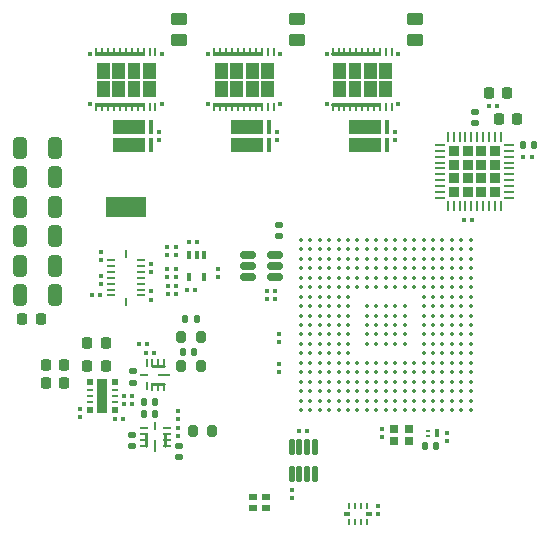
<source format=gtp>
%TF.GenerationSoftware,KiCad,Pcbnew,8.0.2-8.0.2-0~ubuntu22.04.1*%
%TF.CreationDate,2024-05-28T15:16:52+02:00*%
%TF.ProjectId,omodri_sa_laas,6f6d6f64-7269-45f7-9361-5f6c6161732e,1.0*%
%TF.SameCoordinates,Original*%
%TF.FileFunction,Paste,Top*%
%TF.FilePolarity,Positive*%
%FSLAX46Y46*%
G04 Gerber Fmt 4.6, Leading zero omitted, Abs format (unit mm)*
G04 Created by KiCad (PCBNEW 8.0.2-8.0.2-0~ubuntu22.04.1) date 2024-05-28 15:16:52*
%MOMM*%
%LPD*%
G01*
G04 APERTURE LIST*
G04 Aperture macros list*
%AMRoundRect*
0 Rectangle with rounded corners*
0 $1 Rounding radius*
0 $2 $3 $4 $5 $6 $7 $8 $9 X,Y pos of 4 corners*
0 Add a 4 corners polygon primitive as box body*
4,1,4,$2,$3,$4,$5,$6,$7,$8,$9,$2,$3,0*
0 Add four circle primitives for the rounded corners*
1,1,$1+$1,$2,$3*
1,1,$1+$1,$4,$5*
1,1,$1+$1,$6,$7*
1,1,$1+$1,$8,$9*
0 Add four rect primitives between the rounded corners*
20,1,$1+$1,$2,$3,$4,$5,0*
20,1,$1+$1,$4,$5,$6,$7,0*
20,1,$1+$1,$6,$7,$8,$9,0*
20,1,$1+$1,$8,$9,$2,$3,0*%
G04 Aperture macros list end*
%ADD10C,0.250000*%
%ADD11C,0.300000*%
%ADD12C,0.100000*%
%ADD13RoundRect,0.140000X0.140000X0.170000X-0.140000X0.170000X-0.140000X-0.170000X0.140000X-0.170000X0*%
%ADD14RoundRect,0.079500X-0.079500X-0.100500X0.079500X-0.100500X0.079500X0.100500X-0.079500X0.100500X0*%
%ADD15RoundRect,0.250000X-0.325000X-0.650000X0.325000X-0.650000X0.325000X0.650000X-0.325000X0.650000X0*%
%ADD16RoundRect,0.225000X-0.225000X-0.250000X0.225000X-0.250000X0.225000X0.250000X-0.225000X0.250000X0*%
%ADD17RoundRect,0.079500X0.100500X-0.079500X0.100500X0.079500X-0.100500X0.079500X-0.100500X-0.079500X0*%
%ADD18RoundRect,0.200000X-0.200000X-0.275000X0.200000X-0.275000X0.200000X0.275000X-0.200000X0.275000X0*%
%ADD19RoundRect,0.079500X-0.100500X0.079500X-0.100500X-0.079500X0.100500X-0.079500X0.100500X0.079500X0*%
%ADD20R,0.250000X0.800000*%
%ADD21R,0.250000X0.700000*%
%ADD22R,1.100000X0.250000*%
%ADD23R,0.700000X0.250000*%
%ADD24R,2.700000X1.150000*%
%ADD25R,0.350000X1.150000*%
%ADD26R,0.250000X0.550000*%
%ADD27R,0.200000X0.550000*%
%ADD28R,0.600000X0.300000*%
%ADD29R,0.249999X0.700001*%
%ADD30R,0.375001X0.429999*%
%ADD31RoundRect,0.079500X0.079500X0.100500X-0.079500X0.100500X-0.079500X-0.100500X0.079500X-0.100500X0*%
%ADD32RoundRect,0.250000X-0.450000X0.262500X-0.450000X-0.262500X0.450000X-0.262500X0.450000X0.262500X0*%
%ADD33R,0.675000X0.250000*%
%ADD34R,0.250000X0.675000*%
%ADD35RoundRect,0.125000X-0.125000X0.537500X-0.125000X-0.537500X0.125000X-0.537500X0.125000X0.537500X0*%
%ADD36R,0.400000X0.250000*%
%ADD37R,0.400000X0.700000*%
%ADD38R,0.800000X0.250000*%
%ADD39R,0.250000X1.100000*%
%ADD40RoundRect,0.147500X0.147500X0.172500X-0.147500X0.172500X-0.147500X-0.172500X0.147500X-0.172500X0*%
%ADD41RoundRect,0.140000X-0.170000X0.140000X-0.170000X-0.140000X0.170000X-0.140000X0.170000X0.140000X0*%
%ADD42R,0.550000X0.550000*%
%ADD43R,0.550000X0.250000*%
%ADD44R,0.900000X2.900000*%
%ADD45R,0.800000X0.700000*%
%ADD46RoundRect,0.140000X0.170000X-0.140000X0.170000X0.140000X-0.170000X0.140000X-0.170000X-0.140000X0*%
%ADD47C,0.350000*%
%ADD48RoundRect,0.150000X-0.512500X-0.150000X0.512500X-0.150000X0.512500X0.150000X-0.512500X0.150000X0*%
%ADD49R,0.762000X0.508000*%
%ADD50RoundRect,0.225000X0.225000X0.250000X-0.225000X0.250000X-0.225000X-0.250000X0.225000X-0.250000X0*%
%ADD51RoundRect,0.232500X-0.232500X0.232500X-0.232500X-0.232500X0.232500X-0.232500X0.232500X0.232500X0*%
%ADD52RoundRect,0.062500X-0.062500X0.350000X-0.062500X-0.350000X0.062500X-0.350000X0.062500X0.350000X0*%
%ADD53RoundRect,0.062500X-0.350000X0.062500X-0.350000X-0.062500X0.350000X-0.062500X0.350000X0.062500X0*%
%ADD54RoundRect,0.140000X-0.140000X-0.170000X0.140000X-0.170000X0.140000X0.170000X-0.140000X0.170000X0*%
%ADD55R,3.400000X1.800000*%
%ADD56RoundRect,0.100000X-0.100000X0.225000X-0.100000X-0.225000X0.100000X-0.225000X0.100000X0.225000X0*%
G04 APERTURE END LIST*
D10*
%TO.C,U13*%
X142250000Y-128475000D02*
X143250000Y-128475000D01*
X142250000Y-130025000D02*
X143250000Y-130025000D01*
D11*
%TO.C,Q1*%
X157530000Y-102050000D02*
X161470000Y-102050000D01*
X157530000Y-106350000D02*
X161470000Y-106350000D01*
D12*
X158550000Y-104050000D02*
X157550000Y-104050000D01*
X157550000Y-102800000D01*
X158550000Y-102800000D01*
X158550000Y-104050000D01*
G36*
X158550000Y-104050000D02*
G01*
X157550000Y-104050000D01*
X157550000Y-102800000D01*
X158550000Y-102800000D01*
X158550000Y-104050000D01*
G37*
X158550000Y-105650000D02*
X157550000Y-105650000D01*
X157550000Y-104350000D01*
X158550000Y-104350000D01*
X158550000Y-105650000D01*
G36*
X158550000Y-105650000D02*
G01*
X157550000Y-105650000D01*
X157550000Y-104350000D01*
X158550000Y-104350000D01*
X158550000Y-105650000D01*
G37*
X159850000Y-104050000D02*
X158850000Y-104050000D01*
X158850000Y-102800000D01*
X159850000Y-102800000D01*
X159850000Y-104050000D01*
G36*
X159850000Y-104050000D02*
G01*
X158850000Y-104050000D01*
X158850000Y-102800000D01*
X159850000Y-102800000D01*
X159850000Y-104050000D01*
G37*
X159850000Y-105650000D02*
X158850000Y-105650000D01*
X158850000Y-104350000D01*
X159850000Y-104350000D01*
X159850000Y-105650000D01*
G36*
X159850000Y-105650000D02*
G01*
X158850000Y-105650000D01*
X158850000Y-104350000D01*
X159850000Y-104350000D01*
X159850000Y-105650000D01*
G37*
X161150000Y-104050000D02*
X160150000Y-104050000D01*
X160150000Y-102800000D01*
X161150000Y-102800000D01*
X161150000Y-104050000D01*
G36*
X161150000Y-104050000D02*
G01*
X160150000Y-104050000D01*
X160150000Y-102800000D01*
X161150000Y-102800000D01*
X161150000Y-104050000D01*
G37*
X161150000Y-105650000D02*
X160150000Y-105650000D01*
X160150000Y-104350000D01*
X161150000Y-104350000D01*
X161150000Y-105650000D01*
G36*
X161150000Y-105650000D02*
G01*
X160150000Y-105650000D01*
X160150000Y-104350000D01*
X161150000Y-104350000D01*
X161150000Y-105650000D01*
G37*
X162450000Y-104050000D02*
X161450000Y-104050000D01*
X161450000Y-102800000D01*
X162450000Y-102800000D01*
X162450000Y-104050000D01*
G36*
X162450000Y-104050000D02*
G01*
X161450000Y-104050000D01*
X161450000Y-102800000D01*
X162450000Y-102800000D01*
X162450000Y-104050000D01*
G37*
X162450000Y-105650000D02*
X161450000Y-105650000D01*
X161450000Y-104350000D01*
X162450000Y-104350000D01*
X162450000Y-105650000D01*
G36*
X162450000Y-105650000D02*
G01*
X161450000Y-105650000D01*
X161450000Y-104350000D01*
X162450000Y-104350000D01*
X162450000Y-105650000D01*
G37*
D11*
%TO.C,Q2*%
X147530000Y-102050000D02*
X151470000Y-102050000D01*
X147530000Y-106350000D02*
X151470000Y-106350000D01*
D12*
X148550000Y-104050000D02*
X147550000Y-104050000D01*
X147550000Y-102800000D01*
X148550000Y-102800000D01*
X148550000Y-104050000D01*
G36*
X148550000Y-104050000D02*
G01*
X147550000Y-104050000D01*
X147550000Y-102800000D01*
X148550000Y-102800000D01*
X148550000Y-104050000D01*
G37*
X148550000Y-105650000D02*
X147550000Y-105650000D01*
X147550000Y-104350000D01*
X148550000Y-104350000D01*
X148550000Y-105650000D01*
G36*
X148550000Y-105650000D02*
G01*
X147550000Y-105650000D01*
X147550000Y-104350000D01*
X148550000Y-104350000D01*
X148550000Y-105650000D01*
G37*
X149850000Y-104050000D02*
X148850000Y-104050000D01*
X148850000Y-102800000D01*
X149850000Y-102800000D01*
X149850000Y-104050000D01*
G36*
X149850000Y-104050000D02*
G01*
X148850000Y-104050000D01*
X148850000Y-102800000D01*
X149850000Y-102800000D01*
X149850000Y-104050000D01*
G37*
X149850000Y-105650000D02*
X148850000Y-105650000D01*
X148850000Y-104350000D01*
X149850000Y-104350000D01*
X149850000Y-105650000D01*
G36*
X149850000Y-105650000D02*
G01*
X148850000Y-105650000D01*
X148850000Y-104350000D01*
X149850000Y-104350000D01*
X149850000Y-105650000D01*
G37*
X151150000Y-104050000D02*
X150150000Y-104050000D01*
X150150000Y-102800000D01*
X151150000Y-102800000D01*
X151150000Y-104050000D01*
G36*
X151150000Y-104050000D02*
G01*
X150150000Y-104050000D01*
X150150000Y-102800000D01*
X151150000Y-102800000D01*
X151150000Y-104050000D01*
G37*
X151150000Y-105650000D02*
X150150000Y-105650000D01*
X150150000Y-104350000D01*
X151150000Y-104350000D01*
X151150000Y-105650000D01*
G36*
X151150000Y-105650000D02*
G01*
X150150000Y-105650000D01*
X150150000Y-104350000D01*
X151150000Y-104350000D01*
X151150000Y-105650000D01*
G37*
X152450000Y-104050000D02*
X151450000Y-104050000D01*
X151450000Y-102800000D01*
X152450000Y-102800000D01*
X152450000Y-104050000D01*
G36*
X152450000Y-104050000D02*
G01*
X151450000Y-104050000D01*
X151450000Y-102800000D01*
X152450000Y-102800000D01*
X152450000Y-104050000D01*
G37*
X152450000Y-105650000D02*
X151450000Y-105650000D01*
X151450000Y-104350000D01*
X152450000Y-104350000D01*
X152450000Y-105650000D01*
G36*
X152450000Y-105650000D02*
G01*
X151450000Y-105650000D01*
X151450000Y-104350000D01*
X152450000Y-104350000D01*
X152450000Y-105650000D01*
G37*
D11*
%TO.C,Q3*%
X137530000Y-102050000D02*
X141470000Y-102050000D01*
X137530000Y-106350000D02*
X141470000Y-106350000D01*
D12*
X138550000Y-104050000D02*
X137550000Y-104050000D01*
X137550000Y-102800000D01*
X138550000Y-102800000D01*
X138550000Y-104050000D01*
G36*
X138550000Y-104050000D02*
G01*
X137550000Y-104050000D01*
X137550000Y-102800000D01*
X138550000Y-102800000D01*
X138550000Y-104050000D01*
G37*
X138550000Y-105650000D02*
X137550000Y-105650000D01*
X137550000Y-104350000D01*
X138550000Y-104350000D01*
X138550000Y-105650000D01*
G36*
X138550000Y-105650000D02*
G01*
X137550000Y-105650000D01*
X137550000Y-104350000D01*
X138550000Y-104350000D01*
X138550000Y-105650000D01*
G37*
X139850000Y-104050000D02*
X138850000Y-104050000D01*
X138850000Y-102800000D01*
X139850000Y-102800000D01*
X139850000Y-104050000D01*
G36*
X139850000Y-104050000D02*
G01*
X138850000Y-104050000D01*
X138850000Y-102800000D01*
X139850000Y-102800000D01*
X139850000Y-104050000D01*
G37*
X139850000Y-105650000D02*
X138850000Y-105650000D01*
X138850000Y-104350000D01*
X139850000Y-104350000D01*
X139850000Y-105650000D01*
G36*
X139850000Y-105650000D02*
G01*
X138850000Y-105650000D01*
X138850000Y-104350000D01*
X139850000Y-104350000D01*
X139850000Y-105650000D01*
G37*
X141150000Y-104050000D02*
X140150000Y-104050000D01*
X140150000Y-102800000D01*
X141150000Y-102800000D01*
X141150000Y-104050000D01*
G36*
X141150000Y-104050000D02*
G01*
X140150000Y-104050000D01*
X140150000Y-102800000D01*
X141150000Y-102800000D01*
X141150000Y-104050000D01*
G37*
X141150000Y-105650000D02*
X140150000Y-105650000D01*
X140150000Y-104350000D01*
X141150000Y-104350000D01*
X141150000Y-105650000D01*
G36*
X141150000Y-105650000D02*
G01*
X140150000Y-105650000D01*
X140150000Y-104350000D01*
X141150000Y-104350000D01*
X141150000Y-105650000D01*
G37*
X142450000Y-104050000D02*
X141450000Y-104050000D01*
X141450000Y-102800000D01*
X142450000Y-102800000D01*
X142450000Y-104050000D01*
G36*
X142450000Y-104050000D02*
G01*
X141450000Y-104050000D01*
X141450000Y-102800000D01*
X142450000Y-102800000D01*
X142450000Y-104050000D01*
G37*
X142450000Y-105650000D02*
X141450000Y-105650000D01*
X141450000Y-104350000D01*
X142450000Y-104350000D01*
X142450000Y-105650000D01*
G36*
X142450000Y-105650000D02*
G01*
X141450000Y-105650000D01*
X141450000Y-104350000D01*
X142450000Y-104350000D01*
X142450000Y-105650000D01*
G37*
D10*
%TO.C,U14*%
X141725000Y-134250000D02*
X141725000Y-135250000D01*
X143275000Y-134250000D02*
X143275000Y-135250000D01*
%TD*%
D13*
%TO.C,C50*%
X174580000Y-109750000D03*
X173620000Y-109750000D03*
%TD*%
D14*
%TO.C,C49*%
X170725000Y-106500000D03*
X171415000Y-106500000D03*
%TD*%
%TO.C,C47*%
X168585000Y-116100000D03*
X169275000Y-116100000D03*
%TD*%
D15*
%TO.C,C75*%
X131025000Y-110000000D03*
X133975000Y-110000000D03*
%TD*%
D16*
%TO.C,C52*%
X171575000Y-107600000D03*
X173125000Y-107600000D03*
%TD*%
D14*
%TO.C,C51*%
X173655000Y-110750000D03*
X174345000Y-110750000D03*
%TD*%
D15*
%TO.C,C70*%
X131025000Y-122500000D03*
X133975000Y-122500000D03*
%TD*%
D17*
%TO.C,C65*%
X137900000Y-121525000D03*
X137900000Y-120835000D03*
%TD*%
%TO.C,C54*%
X152800000Y-109345000D03*
X152800000Y-108655000D03*
%TD*%
D18*
%TO.C,FB3*%
X145675000Y-134000000D03*
X147325000Y-134000000D03*
%TD*%
D19*
%TO.C,R26*%
X142100000Y-122155000D03*
X142100000Y-122845000D03*
%TD*%
D20*
%TO.C,U13*%
X141750000Y-130200000D03*
D21*
X142250000Y-130250000D03*
X142750000Y-130250000D03*
X143250000Y-130250000D03*
D22*
X143250000Y-129250000D03*
D21*
X143250000Y-128250000D03*
X142750000Y-128250000D03*
X142250000Y-128250000D03*
X141750000Y-128250000D03*
D23*
X141550000Y-129250000D03*
%TD*%
D24*
%TO.C,R23*%
X140275000Y-108225000D03*
D25*
X142100000Y-108225000D03*
X142100000Y-109775000D03*
D24*
X140275000Y-109775000D03*
%TD*%
D26*
%TO.C,U5*%
X160400000Y-140325000D03*
D27*
X159900000Y-140325000D03*
X159400000Y-140325000D03*
D26*
X158900000Y-140325000D03*
D28*
X158750000Y-141000000D03*
D26*
X158900000Y-141675000D03*
D27*
X159400000Y-141675000D03*
X159900000Y-141675000D03*
D26*
X160400000Y-141675000D03*
D28*
X160550000Y-141000000D03*
%TD*%
D29*
%TO.C,Q1*%
X162500000Y-101850000D03*
X162000001Y-101850000D03*
X161500000Y-101850000D03*
X161000001Y-101850000D03*
X160499999Y-101850000D03*
X160000000Y-101850000D03*
X159500001Y-101850000D03*
X158999999Y-101850000D03*
X158500000Y-101850000D03*
X157999999Y-101850000D03*
X157500000Y-101850000D03*
X157500000Y-106550000D03*
X157999999Y-106550000D03*
X158500000Y-106550000D03*
X158999999Y-106550000D03*
X159500001Y-106550000D03*
X160000000Y-106550000D03*
X160499999Y-106550000D03*
X161000001Y-106550000D03*
X161500000Y-106550000D03*
X162000001Y-106550000D03*
X162500000Y-106550000D03*
D30*
X163012999Y-102085000D03*
X156987001Y-102085000D03*
X156987001Y-106315000D03*
X163012999Y-106315000D03*
%TD*%
D31*
%TO.C,R45*%
X139740000Y-133000000D03*
X139050000Y-133000000D03*
%TD*%
%TO.C,R46*%
X140545000Y-131700000D03*
X139855000Y-131700000D03*
%TD*%
D32*
%TO.C,R11*%
X164500000Y-99087500D03*
X164500000Y-100912500D03*
%TD*%
D24*
%TO.C,R12*%
X160275000Y-108225000D03*
D25*
X162100000Y-108225000D03*
X162100000Y-109775000D03*
D24*
X160275000Y-109775000D03*
%TD*%
D14*
%TO.C,R53*%
X145305000Y-118000000D03*
X145995000Y-118000000D03*
%TD*%
D17*
%TO.C,C62*%
X161350000Y-141025000D03*
X161350000Y-140335000D03*
%TD*%
%TO.C,R52*%
X144200000Y-119075000D03*
X144200000Y-118385000D03*
%TD*%
%TO.C,C64*%
X142100000Y-120525000D03*
X142100000Y-119835000D03*
%TD*%
D33*
%TO.C,U7*%
X141262500Y-119500000D03*
X141262500Y-120000000D03*
X141262500Y-120500000D03*
X141262500Y-121000000D03*
X141262500Y-121500000D03*
X141262500Y-122000000D03*
X141262500Y-122500000D03*
D34*
X140000000Y-123012500D03*
D33*
X138737500Y-122500000D03*
X138737500Y-122000000D03*
X138737500Y-121500000D03*
X138737500Y-121000000D03*
X138737500Y-120500000D03*
X138737500Y-120000000D03*
X138737500Y-119500000D03*
D34*
X140000000Y-118987500D03*
%TD*%
D17*
%TO.C,R51*%
X144400000Y-132945000D03*
X144400000Y-132255000D03*
%TD*%
%TO.C,R39*%
X167200000Y-134845000D03*
X167200000Y-134155000D03*
%TD*%
D19*
%TO.C,R54*%
X143500000Y-118385000D03*
X143500000Y-119075000D03*
%TD*%
D18*
%TO.C,FB1*%
X144675000Y-128500000D03*
X146325000Y-128500000D03*
%TD*%
%TO.C,FB2*%
X144675000Y-126000000D03*
X146325000Y-126000000D03*
%TD*%
D17*
%TO.C,R29*%
X154025000Y-139645000D03*
X154025000Y-138955000D03*
%TD*%
D32*
%TO.C,R14*%
X154500000Y-99087500D03*
X154500000Y-100912500D03*
%TD*%
D35*
%TO.C,U4*%
X155975000Y-135362500D03*
X155325000Y-135362500D03*
X154675000Y-135362500D03*
X154025000Y-135362500D03*
X154025000Y-137637500D03*
X154675000Y-137637500D03*
X155325000Y-137637500D03*
X155975000Y-137637500D03*
%TD*%
D24*
%TO.C,R15*%
X150275000Y-108225000D03*
D25*
X152100000Y-108225000D03*
X152100000Y-109775000D03*
D24*
X150275000Y-109775000D03*
%TD*%
D31*
%TO.C,R47*%
X140545000Y-131000000D03*
X139855000Y-131000000D03*
%TD*%
D17*
%TO.C,C46*%
X162800000Y-109345000D03*
X162800000Y-108655000D03*
%TD*%
D29*
%TO.C,Q2*%
X152500000Y-101850000D03*
X152000001Y-101850000D03*
X151500000Y-101850000D03*
X151000001Y-101850000D03*
X150499999Y-101850000D03*
X150000000Y-101850000D03*
X149500001Y-101850000D03*
X148999999Y-101850000D03*
X148500000Y-101850000D03*
X147999999Y-101850000D03*
X147500000Y-101850000D03*
X147500000Y-106550000D03*
X147999999Y-106550000D03*
X148500000Y-106550000D03*
X148999999Y-106550000D03*
X149500001Y-106550000D03*
X150000000Y-106550000D03*
X150499999Y-106550000D03*
X151000001Y-106550000D03*
X151500000Y-106550000D03*
X152000001Y-106550000D03*
X152500000Y-106550000D03*
D30*
X153012999Y-102085000D03*
X146987001Y-102085000D03*
X146987001Y-106315000D03*
X153012999Y-106315000D03*
%TD*%
D29*
%TO.C,Q3*%
X142500000Y-101850000D03*
X142000001Y-101850000D03*
X141500000Y-101850000D03*
X141000001Y-101850000D03*
X140499999Y-101850000D03*
X140000000Y-101850000D03*
X139500001Y-101850000D03*
X138999999Y-101850000D03*
X138500000Y-101850000D03*
X137999999Y-101850000D03*
X137500000Y-101850000D03*
X137500000Y-106550000D03*
X137999999Y-106550000D03*
X138500000Y-106550000D03*
X138999999Y-106550000D03*
X139500001Y-106550000D03*
X140000000Y-106550000D03*
X140499999Y-106550000D03*
X141000001Y-106550000D03*
X141500000Y-106550000D03*
X142000001Y-106550000D03*
X142500000Y-106550000D03*
D30*
X143012999Y-102085000D03*
X136987001Y-102085000D03*
X136987001Y-106315000D03*
X143012999Y-106315000D03*
%TD*%
D36*
%TO.C,Q4*%
X165600000Y-133955000D03*
X165600000Y-134405000D03*
D37*
X166300000Y-134180000D03*
%TD*%
D19*
%TO.C,R55*%
X144200000Y-120285000D03*
X144200000Y-120975000D03*
%TD*%
D38*
%TO.C,U14*%
X141550000Y-133750000D03*
D23*
X141500000Y-134250000D03*
X141500000Y-134750000D03*
X141500000Y-135250000D03*
D39*
X142500000Y-135250000D03*
D23*
X143500000Y-135250000D03*
X143500000Y-134750000D03*
X143500000Y-134250000D03*
X143500000Y-133750000D03*
D21*
X142500000Y-133550000D03*
%TD*%
D16*
%TO.C,C48*%
X170750000Y-105400000D03*
X172300000Y-105400000D03*
%TD*%
D40*
%TO.C,D6*%
X166285000Y-135280000D03*
X165315000Y-135280000D03*
%TD*%
D41*
%TO.C,C44*%
X169565000Y-106940000D03*
X169565000Y-107900000D03*
%TD*%
D42*
%TO.C,U12*%
X136925000Y-129837500D03*
D43*
X136925000Y-130500000D03*
X136925000Y-131000000D03*
X136925000Y-131500000D03*
D42*
X136925000Y-132162500D03*
X139075000Y-132162500D03*
D43*
X139075000Y-131500000D03*
X139075000Y-131000000D03*
X139075000Y-130500000D03*
D42*
X139075000Y-129837500D03*
D44*
X138000000Y-131000000D03*
%TD*%
D31*
%TO.C,R28*%
X137845000Y-122500000D03*
X137155000Y-122500000D03*
%TD*%
D45*
%TO.C,X1*%
X162700000Y-134800000D03*
X164000000Y-134800000D03*
X164000000Y-133800000D03*
X162700000Y-133800000D03*
%TD*%
D15*
%TO.C,C74*%
X131025000Y-112500000D03*
X133975000Y-112500000D03*
%TD*%
D19*
%TO.C,C104*%
X143500000Y-120285000D03*
X143500000Y-120975000D03*
%TD*%
D32*
%TO.C,R17*%
X144500000Y-99087500D03*
X144500000Y-100912500D03*
%TD*%
D17*
%TO.C,R2*%
X153000000Y-126465000D03*
X153000000Y-125775000D03*
%TD*%
%TO.C,R27*%
X137900000Y-119525000D03*
X137900000Y-118835000D03*
%TD*%
D14*
%TO.C,R56*%
X143555000Y-121700000D03*
X144245000Y-121700000D03*
%TD*%
D46*
%TO.C,C94*%
X140600000Y-129880000D03*
X140600000Y-128920000D03*
%TD*%
D15*
%TO.C,C73*%
X131025000Y-115000000D03*
X133975000Y-115000000D03*
%TD*%
D47*
%TO.C,U1*%
X169200000Y-117800000D03*
X169200000Y-118600000D03*
X169200000Y-119400000D03*
X169200000Y-120200000D03*
X169200000Y-121000000D03*
X169200000Y-121800000D03*
X169200000Y-122600000D03*
X169200000Y-123400000D03*
X169200000Y-124200000D03*
X169200000Y-125000000D03*
X169200000Y-125800000D03*
X169200000Y-126600000D03*
X169200000Y-127400000D03*
X169200000Y-128200000D03*
X169200000Y-129000000D03*
X169200000Y-129800000D03*
X169200000Y-130600000D03*
X169200000Y-131400000D03*
X169200000Y-132200000D03*
X168400000Y-117800000D03*
X168400000Y-118600000D03*
X168400000Y-119400000D03*
X168400000Y-120200000D03*
X168400000Y-121000000D03*
X168400000Y-121800000D03*
X168400000Y-122600000D03*
X168400000Y-123400000D03*
X168400000Y-124200000D03*
X168400000Y-125000000D03*
X168400000Y-125800000D03*
X168400000Y-126600000D03*
X168400000Y-127400000D03*
X168400000Y-128200000D03*
X168400000Y-129000000D03*
X168400000Y-129800000D03*
X168400000Y-130600000D03*
X168400000Y-131400000D03*
X168400000Y-132200000D03*
X167600000Y-117800000D03*
X167600000Y-118600000D03*
X167600000Y-119400000D03*
X167600000Y-120200000D03*
X167600000Y-121000000D03*
X167600000Y-121800000D03*
X167600000Y-122600000D03*
X167600000Y-123400000D03*
X167600000Y-124200000D03*
X167600000Y-125000000D03*
X167600000Y-125800000D03*
X167600000Y-126600000D03*
X167600000Y-127400000D03*
X167600000Y-128200000D03*
X167600000Y-129000000D03*
X167600000Y-129800000D03*
X167600000Y-130600000D03*
X167600000Y-131400000D03*
X167600000Y-132200000D03*
X166800000Y-117800000D03*
X166800000Y-118600000D03*
X166800000Y-119400000D03*
X166800000Y-120200000D03*
X166800000Y-121000000D03*
X166800000Y-121800000D03*
X166800000Y-122600000D03*
X166800000Y-123400000D03*
X166800000Y-124200000D03*
X166800000Y-125000000D03*
X166800000Y-125800000D03*
X166800000Y-126600000D03*
X166800000Y-127400000D03*
X166800000Y-128200000D03*
X166800000Y-129000000D03*
X166800000Y-129800000D03*
X166800000Y-130600000D03*
X166800000Y-131400000D03*
X166800000Y-132200000D03*
X166000000Y-117800000D03*
X166000000Y-118600000D03*
X166000000Y-119400000D03*
X166000000Y-120200000D03*
X166000000Y-121000000D03*
X166000000Y-121800000D03*
X166000000Y-122600000D03*
X166000000Y-123400000D03*
X166000000Y-124200000D03*
X166000000Y-125000000D03*
X166000000Y-125800000D03*
X166000000Y-126600000D03*
X166000000Y-127400000D03*
X166000000Y-128200000D03*
X166000000Y-129000000D03*
X166000000Y-129800000D03*
X166000000Y-130600000D03*
X166000000Y-131400000D03*
X166000000Y-132200000D03*
X165200000Y-117800000D03*
X165200000Y-118600000D03*
X165200000Y-119400000D03*
X165200000Y-120200000D03*
X165200000Y-121000000D03*
X165200000Y-121800000D03*
X165200000Y-122600000D03*
X165200000Y-123400000D03*
X165200000Y-124200000D03*
X165200000Y-125000000D03*
X165200000Y-125800000D03*
X165200000Y-126600000D03*
X165200000Y-127400000D03*
X165200000Y-128200000D03*
X165200000Y-129000000D03*
X165200000Y-129800000D03*
X165200000Y-130600000D03*
X165200000Y-131400000D03*
X165200000Y-132200000D03*
X164400000Y-117800000D03*
X164400000Y-118600000D03*
X164400000Y-119400000D03*
X164400000Y-120200000D03*
X164400000Y-121000000D03*
X164400000Y-121800000D03*
X164400000Y-128200000D03*
X164400000Y-129000000D03*
X164400000Y-129800000D03*
X164400000Y-130600000D03*
X164400000Y-131400000D03*
X164400000Y-132200000D03*
X163600000Y-117800000D03*
X163600000Y-118600000D03*
X163600000Y-119400000D03*
X163600000Y-120200000D03*
X163600000Y-121000000D03*
X163600000Y-121800000D03*
X163600000Y-123400000D03*
X163600000Y-124200000D03*
X163600000Y-125000000D03*
X163600000Y-125800000D03*
X163600000Y-126600000D03*
X163600000Y-128200000D03*
X163600000Y-129000000D03*
X163600000Y-129800000D03*
X163600000Y-130600000D03*
X163600000Y-131400000D03*
X163600000Y-132200000D03*
X162800000Y-117800000D03*
X162800000Y-118600000D03*
X162800000Y-119400000D03*
X162800000Y-120200000D03*
X162800000Y-121000000D03*
X162800000Y-121800000D03*
X162800000Y-123400000D03*
X162800000Y-124200000D03*
X162800000Y-125000000D03*
X162800000Y-125800000D03*
X162800000Y-126600000D03*
X162800000Y-128200000D03*
X162800000Y-129000000D03*
X162800000Y-129800000D03*
X162800000Y-130600000D03*
X162800000Y-131400000D03*
X162800000Y-132200000D03*
X162000000Y-117800000D03*
X162000000Y-118600000D03*
X162000000Y-119400000D03*
X162000000Y-120200000D03*
X162000000Y-121000000D03*
X162000000Y-121800000D03*
X162000000Y-123400000D03*
X162000000Y-124200000D03*
X162000000Y-125000000D03*
X162000000Y-125800000D03*
X162000000Y-126600000D03*
X162000000Y-128200000D03*
X162000000Y-129000000D03*
X162000000Y-129800000D03*
X162000000Y-130600000D03*
X162000000Y-131400000D03*
X162000000Y-132200000D03*
X161200000Y-117800000D03*
X161200000Y-118600000D03*
X161200000Y-119400000D03*
X161200000Y-120200000D03*
X161200000Y-121000000D03*
X161200000Y-121800000D03*
X161200000Y-123400000D03*
X161200000Y-124200000D03*
X161200000Y-125000000D03*
X161200000Y-125800000D03*
X161200000Y-126600000D03*
X161200000Y-128200000D03*
X161200000Y-129000000D03*
X161200000Y-129800000D03*
X161200000Y-130600000D03*
X161200000Y-131400000D03*
X161200000Y-132200000D03*
X160400000Y-117800000D03*
X160400000Y-118600000D03*
X160400000Y-119400000D03*
X160400000Y-120200000D03*
X160400000Y-121000000D03*
X160400000Y-121800000D03*
X160400000Y-123400000D03*
X160400000Y-124200000D03*
X160400000Y-125000000D03*
X160400000Y-125800000D03*
X160400000Y-126600000D03*
X160400000Y-128200000D03*
X160400000Y-129000000D03*
X160400000Y-129800000D03*
X160400000Y-130600000D03*
X160400000Y-131400000D03*
X160400000Y-132200000D03*
X159600000Y-117800000D03*
X159600000Y-118600000D03*
X159600000Y-119400000D03*
X159600000Y-120200000D03*
X159600000Y-121000000D03*
X159600000Y-121800000D03*
X159600000Y-128200000D03*
X159600000Y-129000000D03*
X159600000Y-129800000D03*
X159600000Y-130600000D03*
X159600000Y-131400000D03*
X159600000Y-132200000D03*
X158800000Y-117800000D03*
X158800000Y-118600000D03*
X158800000Y-119400000D03*
X158800000Y-120200000D03*
X158800000Y-121000000D03*
X158800000Y-121800000D03*
X158800000Y-122600000D03*
X158800000Y-123400000D03*
X158800000Y-124200000D03*
X158800000Y-125000000D03*
X158800000Y-125800000D03*
X158800000Y-126600000D03*
X158800000Y-127400000D03*
X158800000Y-128200000D03*
X158800000Y-129000000D03*
X158800000Y-129800000D03*
X158800000Y-130600000D03*
X158800000Y-131400000D03*
X158800000Y-132200000D03*
X158000000Y-117800000D03*
X158000000Y-118600000D03*
X158000000Y-119400000D03*
X158000000Y-120200000D03*
X158000000Y-121000000D03*
X158000000Y-121800000D03*
X158000000Y-122600000D03*
X158000000Y-123400000D03*
X158000000Y-124200000D03*
X158000000Y-125000000D03*
X158000000Y-125800000D03*
X158000000Y-126600000D03*
X158000000Y-127400000D03*
X158000000Y-128200000D03*
X158000000Y-129000000D03*
X158000000Y-129800000D03*
X158000000Y-130600000D03*
X158000000Y-131400000D03*
X158000000Y-132200000D03*
X157200000Y-117800000D03*
X157200000Y-118600000D03*
X157200000Y-119400000D03*
X157200000Y-120200000D03*
X157200000Y-121000000D03*
X157200000Y-121800000D03*
X157200000Y-122600000D03*
X157200000Y-123400000D03*
X157200000Y-124200000D03*
X157200000Y-125000000D03*
X157200000Y-125800000D03*
X157200000Y-126600000D03*
X157200000Y-127400000D03*
X157200000Y-128200000D03*
X157200000Y-129000000D03*
X157200000Y-129800000D03*
X157200000Y-130600000D03*
X157200000Y-131400000D03*
X157200000Y-132200000D03*
X156400000Y-117800000D03*
X156400000Y-118600000D03*
X156400000Y-119400000D03*
X156400000Y-120200000D03*
X156400000Y-121000000D03*
X156400000Y-121800000D03*
X156400000Y-122600000D03*
X156400000Y-123400000D03*
X156400000Y-124200000D03*
X156400000Y-125000000D03*
X156400000Y-125800000D03*
X156400000Y-126600000D03*
X156400000Y-127400000D03*
X156400000Y-128200000D03*
X156400000Y-129000000D03*
X156400000Y-129800000D03*
X156400000Y-130600000D03*
X156400000Y-131400000D03*
X156400000Y-132200000D03*
X155600000Y-117800000D03*
X155600000Y-118600000D03*
X155600000Y-119400000D03*
X155600000Y-120200000D03*
X155600000Y-121000000D03*
X155600000Y-121800000D03*
X155600000Y-122600000D03*
X155600000Y-123400000D03*
X155600000Y-124200000D03*
X155600000Y-125000000D03*
X155600000Y-125800000D03*
X155600000Y-126600000D03*
X155600000Y-127400000D03*
X155600000Y-128200000D03*
X155600000Y-129000000D03*
X155600000Y-129800000D03*
X155600000Y-130600000D03*
X155600000Y-131400000D03*
X155600000Y-132200000D03*
X154800000Y-117800000D03*
X154800000Y-118600000D03*
X154800000Y-119400000D03*
X154800000Y-120200000D03*
X154800000Y-121000000D03*
X154800000Y-121800000D03*
X154800000Y-122600000D03*
X154800000Y-123400000D03*
X154800000Y-124200000D03*
X154800000Y-125000000D03*
X154800000Y-125800000D03*
X154800000Y-126600000D03*
X154800000Y-127400000D03*
X154800000Y-128200000D03*
X154800000Y-129000000D03*
X154800000Y-129800000D03*
X154800000Y-130600000D03*
X154800000Y-131400000D03*
X154800000Y-132200000D03*
%TD*%
D48*
%TO.C,U15*%
X150362500Y-119050000D03*
X150362500Y-120000000D03*
X150362500Y-120950000D03*
X152637500Y-120950000D03*
X152637500Y-120000000D03*
X152637500Y-119050000D03*
%TD*%
D41*
%TO.C,C100*%
X144500000Y-135220000D03*
X144500000Y-136180000D03*
%TD*%
D49*
%TO.C,D4*%
X151872201Y-139525000D03*
X150727799Y-139525000D03*
X150727799Y-140475000D03*
X151872201Y-140475000D03*
%TD*%
D41*
%TO.C,C97*%
X140500000Y-134320000D03*
X140500000Y-135280000D03*
%TD*%
D50*
%TO.C,C92*%
X134775000Y-129900000D03*
X133225000Y-129900000D03*
%TD*%
D16*
%TO.C,C91*%
X136725000Y-126500000D03*
X138275000Y-126500000D03*
%TD*%
D19*
%TO.C,C98*%
X136100000Y-132137500D03*
X136100000Y-132827500D03*
%TD*%
D14*
%TO.C,D2*%
X145155000Y-122000000D03*
X145845000Y-122000000D03*
%TD*%
D17*
%TO.C,R3*%
X153000000Y-128965000D03*
X153000000Y-128275000D03*
%TD*%
D51*
%TO.C,U2*%
X171225000Y-110275000D03*
X170075000Y-110275000D03*
X168925000Y-110275000D03*
X167775000Y-110275000D03*
X171225000Y-111425000D03*
X170075000Y-111425000D03*
X168925000Y-111425000D03*
X167775000Y-111425000D03*
X171225000Y-112575000D03*
X170075000Y-112575000D03*
X168925000Y-112575000D03*
X167775000Y-112575000D03*
X171225000Y-113725000D03*
X170075000Y-113725000D03*
X168925000Y-113725000D03*
X167775000Y-113725000D03*
D52*
X171750000Y-109062500D03*
X171250000Y-109062500D03*
X170750000Y-109062500D03*
X170250000Y-109062500D03*
X169750000Y-109062500D03*
X169250000Y-109062500D03*
X168750000Y-109062500D03*
X168250000Y-109062500D03*
X167750000Y-109062500D03*
X167250000Y-109062500D03*
D53*
X166562500Y-109750000D03*
X166562500Y-110250000D03*
X166562500Y-110750000D03*
X166562500Y-111250000D03*
X166562500Y-111750000D03*
X166562500Y-112250000D03*
X166562500Y-112750000D03*
X166562500Y-113250000D03*
X166562500Y-113750000D03*
X166562500Y-114250000D03*
D52*
X167250000Y-114937500D03*
X167750000Y-114937500D03*
X168250000Y-114937500D03*
X168750000Y-114937500D03*
X169250000Y-114937500D03*
X169750000Y-114937500D03*
X170250000Y-114937500D03*
X170750000Y-114937500D03*
X171250000Y-114937500D03*
X171750000Y-114937500D03*
D53*
X172437500Y-114250000D03*
X172437500Y-113750000D03*
X172437500Y-113250000D03*
X172437500Y-112750000D03*
X172437500Y-112250000D03*
X172437500Y-111750000D03*
X172437500Y-111250000D03*
X172437500Y-110750000D03*
X172437500Y-110250000D03*
X172437500Y-109750000D03*
%TD*%
D54*
%TO.C,C95*%
X141520000Y-131500000D03*
X142480000Y-131500000D03*
%TD*%
D19*
%TO.C,C69*%
X161700000Y-133775000D03*
X161700000Y-134465000D03*
%TD*%
D16*
%TO.C,C89*%
X131225000Y-124500000D03*
X132775000Y-124500000D03*
%TD*%
D50*
%TO.C,C93*%
X134775000Y-128400000D03*
X133225000Y-128400000D03*
%TD*%
D46*
%TO.C,C43*%
X153000000Y-117480000D03*
X153000000Y-116520000D03*
%TD*%
D31*
%TO.C,R49*%
X141775000Y-126650000D03*
X141085000Y-126650000D03*
%TD*%
%TO.C,R48*%
X142415000Y-127350000D03*
X141725000Y-127350000D03*
%TD*%
D17*
%TO.C,C103*%
X147800000Y-120975000D03*
X147800000Y-120285000D03*
%TD*%
D31*
%TO.C,C101*%
X152662500Y-122100000D03*
X151972500Y-122100000D03*
%TD*%
D54*
%TO.C,C99*%
X144820000Y-127250000D03*
X145780000Y-127250000D03*
%TD*%
%TO.C,C96*%
X141520000Y-132500000D03*
X142480000Y-132500000D03*
%TD*%
D16*
%TO.C,C90*%
X136725000Y-128500000D03*
X138275000Y-128500000D03*
%TD*%
D55*
%TO.C,TP5*%
X140000000Y-115000000D03*
%TD*%
D56*
%TO.C,U16*%
X146650000Y-119050000D03*
X146000000Y-119050000D03*
X145350000Y-119050000D03*
X145350000Y-120950000D03*
X146650000Y-120950000D03*
%TD*%
D15*
%TO.C,C71*%
X131025000Y-120000000D03*
X133975000Y-120000000D03*
%TD*%
D17*
%TO.C,R50*%
X144400000Y-134415000D03*
X144400000Y-133725000D03*
%TD*%
%TO.C,C59*%
X142800000Y-109345000D03*
X142800000Y-108655000D03*
%TD*%
D15*
%TO.C,C72*%
X131025000Y-117500000D03*
X133975000Y-117500000D03*
%TD*%
D31*
%TO.C,C87*%
X144245000Y-122400000D03*
X143555000Y-122400000D03*
%TD*%
D13*
%TO.C,C40*%
X145980000Y-124500000D03*
X145020000Y-124500000D03*
%TD*%
D31*
%TO.C,C102*%
X152662500Y-122800000D03*
X151972500Y-122800000D03*
%TD*%
D14*
%TO.C,C61*%
X154650000Y-134000000D03*
X155340000Y-134000000D03*
%TD*%
M02*

</source>
